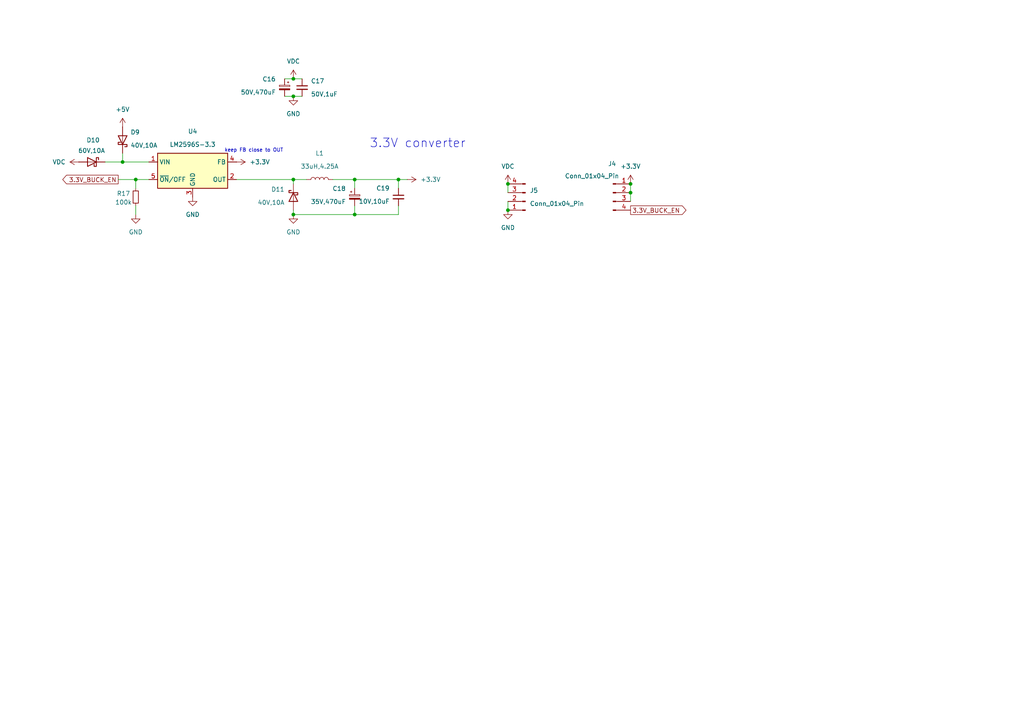
<source format=kicad_sch>
(kicad_sch (version 20250114) (generator "eeschema") (generator_version "9.0")
  (paper "A4")
  (lib_symbols
    (symbol "Connector:Conn_01x04_Pin" (pin_names (offset 1.016) (hide yes))
      (property "Reference" "J" (at 0 5.08 0))
      (property "Value" "Conn_01x04_Pin" (at 0 -7.62 0))
      (symbol "Conn_01x04_Pin_1_1"
        (rectangle (start 0.8636 2.667) (end 0 2.413) (stroke (width 0.1524)) (fill (type outline)))
        (rectangle (start 0.8636 0.127) (end 0 -0.127) (stroke (width 0.1524)) (fill (type outline)))
        (rectangle (start 0.8636 -2.413) (end 0 -2.667) (stroke (width 0.1524)) (fill (type outline)))
        (rectangle (start 0.8636 -4.953) (end 0 -5.207) (stroke (width 0.1524)) (fill (type outline)))
        (polyline (pts (xy 1.27 2.54) (xy 0.8636 2.54)) (stroke (width 0.1524)))
        (polyline (pts (xy 1.27 0) (xy 0.8636 0)) (stroke (width 0.1524)))
        (polyline (pts (xy 1.27 -2.54) (xy 0.8636 -2.54)) (stroke (width 0.1524)))
        (polyline (pts (xy 1.27 -5.08) (xy 0.8636 -5.08)) (stroke (width 0.1524)))
        (pin passive line (at 5.08 2.54 180) (length 3.81) (name "Pin_1") (number "1"))
        (pin passive line (at 5.08 0 180) (length 3.81) (name "Pin_2") (number "2"))
        (pin passive line (at 5.08 -2.54 180) (length 3.81) (name "Pin_3") (number "3"))
        (pin passive line (at 5.08 -5.08 180) (length 3.81) (name "Pin_4") (number "4"))
      )
    )
    (symbol "Device:C_Polarized_Small" (pin_numbers (hide yes)) (pin_names (offset 0.254) (hide yes))
      (property "Reference" "C" (at 0.254 1.778 0))
      (property "Value" "C_Polarized_Small" (at 0.254 -2.032 0))
      (symbol "C_Polarized_Small_0_1"
        (rectangle (start -1.524 0.6858) (end 1.524 0.3048))
        (rectangle (start -1.524 -0.3048) (end 1.524 -0.6858) (fill (type outline)))
        (polyline (pts (xy -1.27 1.524) (xy -0.762 1.524)))
        (polyline (pts (xy -1.016 1.27) (xy -1.016 1.778)))
      )
      (symbol "C_Polarized_Small_1_1"
        (pin passive line (at 0 2.54 270) (length 1.8542) (name "~") (number "1"))
        (pin passive line (at 0 -2.54 90) (length 1.8542) (name "~") (number "2"))
      )
    )
    (symbol "Device:C_Small" (pin_numbers (hide yes)) (pin_names (offset 0.254) (hide yes))
      (property "Reference" "C" (at 0.254 1.778 0))
      (property "Value" "C_Small" (at 0.254 -2.032 0))
      (symbol "C_Small_0_1"
        (polyline (pts (xy -1.524 0.508) (xy 1.524 0.508)) (stroke (width 0.3048)))
        (polyline (pts (xy -1.524 -0.508) (xy 1.524 -0.508)) (stroke (width 0.3302)))
      )
      (symbol "C_Small_1_1"
        (pin passive line (at 0 2.54 270) (length 2.032) (name "~") (number "1"))
        (pin passive line (at 0 -2.54 90) (length 2.032) (name "~") (number "2"))
      )
    )
    (symbol "Device:D_Schottky" (pin_numbers (hide yes)) (pin_names (offset 1.016) (hide yes))
      (property "Reference" "D" (at 0 2.54 0))
      (property "Value" "D_Schottky" (at 0 -2.54 0))
      (symbol "D_Schottky_0_1"
        (polyline (pts (xy -1.905 0.635) (xy -1.905 1.27) (xy -1.27 1.27) (xy -1.27 -1.27) (xy -0.635 -1.27) (xy -0.635 -0.635)) (stroke (width 0.254)))
        (polyline (pts (xy 1.27 1.27) (xy 1.27 -1.27) (xy -1.27 0) (xy 1.27 1.27)) (stroke (width 0.254)))
        (polyline (pts (xy 1.27 0) (xy -1.27 0)))
      )
      (symbol "D_Schottky_1_1"
        (pin passive line (at -3.81 0 0) (length 2.54) (name "K") (number "1"))
        (pin passive line (at 3.81 0 180) (length 2.54) (name "A") (number "2"))
      )
    )
    (symbol "Device:L" (pin_numbers (hide yes)) (pin_names (offset 1.016) (hide yes))
      (property "Reference" "L" (at -1.27 0 90))
      (property "Value" "L" (at 1.905 0 90))
      (symbol "L_0_1"
        (arc (start 0 2.54) (mid 0.6323 1.905) (end 0 1.27))
        (arc (start 0 1.27) (mid 0.6323 0.635) (end 0 0))
        (arc (start 0 0) (mid 0.6323 -0.635) (end 0 -1.27))
        (arc (start 0 -1.27) (mid 0.6323 -1.905) (end 0 -2.54))
      )
      (symbol "L_1_1"
        (pin passive line (at 0 3.81 270) (length 1.27) (name "1") (number "1"))
        (pin passive line (at 0 -3.81 90) (length 1.27) (name "2") (number "2"))
      )
    )
    (symbol "Device:R_Small" (pin_numbers (hide yes)) (pin_names (offset 0.254) (hide yes))
      (property "Reference" "R" (at 0 0 90))
      (property "Value" "R_Small" (at 1.778 0 90))
      (symbol "R_Small_0_1"
        (rectangle (start -0.762 1.778) (end 0.762 -1.778) (stroke (width 0.2032)))
      )
      (symbol "R_Small_1_1"
        (pin passive line (at 0 2.54 270) (length 0.762) (name "~") (number "1"))
        (pin passive line (at 0 -2.54 90) (length 0.762) (name "~") (number "2"))
      )
    )
    (symbol "Regulator_Switching:LM2596S-3.3"
      (property "Reference" "U" (at -10.16 6.35 0))
      (property "Value" "LM2596S-3.3" (at 0 6.35 0))
      (symbol "LM2596S-3.3_0_1"
        (rectangle (start -10.16 5.08) (end 10.16 -5.08) (stroke (width 0.254)) (fill (type background)))
      )
      (symbol "LM2596S-3.3_1_1"
        (pin power_in line (at -12.7 2.54 0) (length 2.54) (name "VIN") (number "1"))
        (pin input line (at -12.7 -2.54 0) (length 2.54) (name "~{ON}/OFF") (number "5"))
        (pin power_in line (at 0 -7.62 90) (length 2.54) (name "GND") (number "3"))
        (pin input line (at 12.7 2.54 180) (length 2.54) (name "FB") (number "4"))
        (pin output line (at 12.7 -2.54 180) (length 2.54) (name "OUT") (number "2"))
      )
    )
    (symbol "power:+3.3V" (power) (pin_numbers (hide yes)) (pin_names (offset 0) (hide yes))
      (property "Value" "+3.3V" (at 0 3.556 0))
      (symbol "+3.3V_0_1"
        (polyline (pts (xy -0.762 1.27) (xy 0 2.54)))
        (polyline (pts (xy 0 2.54) (xy 0.762 1.27)))
        (polyline (pts (xy 0 0) (xy 0 2.54)))
      )
      (symbol "+3.3V_1_1"
        (pin power_in line (at 0 0 90) (length 0) (name "~") (number "1"))
      )
    )
    (symbol "power:+5V" (power) (pin_numbers (hide yes)) (pin_names (offset 0) (hide yes))
      (property "Value" "+5V" (at 0 3.556 0))
      (symbol "+5V_0_1"
        (polyline (pts (xy -0.762 1.27) (xy 0 2.54)))
        (polyline (pts (xy 0 2.54) (xy 0.762 1.27)))
        (polyline (pts (xy 0 0) (xy 0 2.54)))
      )
      (symbol "+5V_1_1"
        (pin power_in line (at 0 0 90) (length 0) (name "~") (number "1"))
      )
    )
    (symbol "power:GND" (power) (pin_numbers (hide yes)) (pin_names (offset 0) (hide yes))
      (property "Value" "GND" (at 0 -3.81 0))
      (symbol "GND_0_1"
        (polyline (pts (xy 0 0) (xy 0 -1.27) (xy 1.27 -1.27) (xy 0 -2.54) (xy -1.27 -1.27) (xy 0 -1.27)))
      )
      (symbol "GND_1_1"
        (pin power_in line (at 0 0 270) (length 0) (name "~") (number "1"))
      )
    )
    (symbol "power:VDC" (power) (pin_numbers (hide yes)) (pin_names (offset 0) (hide yes))
      (property "Value" "VDC" (at 0 3.556 0))
      (symbol "VDC_0_1"
        (polyline (pts (xy -0.762 1.27) (xy 0 2.54)))
        (polyline (pts (xy 0 2.54) (xy 0.762 1.27)))
        (polyline (pts (xy 0 0) (xy 0 2.54)))
      )
      (symbol "VDC_1_1"
        (pin power_in line (at 0 0 90) (length 0) (name "~") (number "1"))
      )
    )
  )
  (text "3.3V converter" (at 121.158 41.656 0) (effects (font (size 2.54 2.54))))
  (text "keep FB close to OUT" (at 73.66 43.688 0) (effects (font (size 1.016 1.016))))
  (junction (at 102.87 62.23))
  (junction (at 39.37 52.07))
  (junction (at 147.32 60.96))
  (junction (at 85.09 22.86))
  (junction (at 85.09 62.23))
  (junction (at 182.88 55.88))
  (junction (at 182.88 53.34))
  (junction (at 102.87 52.07))
  (junction (at 147.32 53.34))
  (junction (at 115.57 52.07))
  (junction (at 85.09 52.07))
  (junction (at 85.09 27.94))
  (junction (at 35.56 46.99))
  (wire (pts (xy 182.88 55.88) (xy 182.88 58.42)))
  (wire (pts (xy 85.09 60.96) (xy 85.09 62.23)))
  (wire (pts (xy 39.37 52.07) (xy 43.18 52.07)))
  (wire (pts (xy 96.52 52.07) (xy 102.87 52.07)))
  (wire (pts (xy 85.09 53.34) (xy 85.09 52.07)))
  (wire (pts (xy 102.87 59.69) (xy 102.87 62.23)))
  (wire (pts (xy 147.32 58.42) (xy 147.32 60.96)))
  (wire (pts (xy 39.37 59.69) (xy 39.37 62.23)))
  (wire (pts (xy 85.09 22.86) (xy 87.63 22.86)))
  (wire (pts (xy 82.55 27.94) (xy 85.09 27.94)))
  (wire (pts (xy 85.09 27.94) (xy 87.63 27.94)))
  (wire (pts (xy 39.37 52.07) (xy 39.37 54.61)))
  (wire (pts (xy 115.57 52.07) (xy 118.11 52.07)))
  (wire (pts (xy 35.56 44.45) (xy 35.56 46.99)))
  (wire (pts (xy 30.48 46.99) (xy 35.56 46.99)))
  (wire (pts (xy 82.55 22.86) (xy 85.09 22.86)))
  (wire (pts (xy 115.57 52.07) (xy 115.57 54.61)))
  (wire (pts (xy 102.87 52.07) (xy 115.57 52.07)))
  (wire (pts (xy 68.58 52.07) (xy 85.09 52.07)))
  (wire (pts (xy 147.32 53.34) (xy 147.32 55.88)))
  (wire (pts (xy 115.57 62.23) (xy 115.57 59.69)))
  (wire (pts (xy 34.29 52.07) (xy 39.37 52.07)))
  (wire (pts (xy 182.88 53.34) (xy 182.88 55.88)))
  (wire (pts (xy 35.56 46.99) (xy 43.18 46.99)))
  (wire (pts (xy 85.09 62.23) (xy 102.87 62.23)))
  (wire (pts (xy 102.87 62.23) (xy 115.57 62.23)))
  (wire (pts (xy 85.09 52.07) (xy 88.9 52.07)))
  (wire (pts (xy 102.87 52.07) (xy 102.87 54.61)))
  (global_label "3.3V_BUCK_EN" (shape output) (at 34.29 52.07 180) (property "Intersheetrefs" "${INTERSHEET_REFS}" (effects (hide yes))))
  (global_label "3.3V_BUCK_EN" (shape output) (at 182.88 60.96 0) (property "Intersheetrefs" "${INTERSHEET_REFS}" (effects (hide yes))))
  (symbol (lib_id "Device:C_Polarized_Small") (at 102.87 57.15 0) (unit 1)
    (property "Reference" "C18" (at 100.33 54.6988 0) (effects (justify right)))
    (property "Value" "35V,470uF" (at 100.33 58.5088 0) (effects (justify right)))
    (property "Footprint" "Capacitor_THT:CP_Radial_D10.0mm_P5.00mm" (effects (hide yes)))
    (property "Description" "Polarized capacitor, small symbol" (effects (hide yes)))
    (property "LCSC Part" "C47344180" (effects (hide yes)))
  )
  (symbol (lib_id "power:GND") (at 39.37 62.23 0) (unit 1)
    (property "Reference" "#PWR041" (effects (hide yes)))
    (property "Value" "GND" (at 39.37 67.31 0))
    (property "Description" "Power symbol creates a global label with name \"GND\" , ground" (effects (hide yes)))
  )
  (symbol (lib_id "Device:L") (at 92.71 52.07 90) (unit 1)
    (property "Reference" "L1" (at 92.71 44.45 90))
    (property "Value" "33uH,4.25A" (at 92.71 48.26 90))
    (property "Footprint" "misc:SDRI129-330MT" (effects (hide yes)))
    (property "Description" "Inductor" (effects (hide yes)))
  )
  (symbol (lib_id "power:GND") (at 147.32 60.96 0) (mirror y) (unit 1)
    (property "Reference" "#PWR040" (effects (hide yes)))
    (property "Value" "GND" (at 147.32 66.04 0))
    (property "Description" "Power symbol creates a global label with name \"GND\" , ground" (effects (hide yes)))
  )
  (symbol (lib_id "Device:C_Small") (at 87.63 25.4 0) (unit 1)
    (property "Reference" "C17" (at 90.17 23.5012 0) (effects (justify left)))
    (property "Value" "50V,1uF" (at 90.17 27.3112 0) (effects (justify left)))
    (property "Footprint" "Capacitor_SMD:C_0603_1608Metric_Pad1.08x0.95mm_HandSolder" (effects (hide yes)))
    (property "Description" "Unpolarized capacitor, small symbol" (effects (hide yes)))
    (property "LCSC Part #" " C6119857" (effects (hide yes)))
  )
  (symbol (lib_id "Device:C_Polarized_Small") (at 82.55 25.4 0) (mirror y) (unit 1)
    (property "Reference" "C16" (at 80.01 22.9488 0) (effects (justify left)))
    (property "Value" "50V,470uF" (at 80.01 26.7588 0) (effects (justify left)))
    (property "Footprint" "Capacitor_THT:CP_Radial_D10.0mm_P5.00mm" (effects (hide yes)))
    (property "Description" "Polarized capacitor, small symbol" (effects (hide yes)))
    (property "LCSC Part #" "C42381893" (effects (hide yes)))
  )
  (symbol (lib_id "power:VDC") (at 147.32 53.34 0) (unit 1)
    (property "Reference" "#PWR037" (effects (hide yes)))
    (property "Value" "VDC" (at 147.32 48.26 0))
    (property "Description" "Power symbol creates a global label with name \"VDC\"" (effects (hide yes)))
  )
  (symbol (lib_id "Connector:Conn_01x04_Pin") (at 177.8 55.88 0) (unit 1)
    (property "Reference" "J4" (at 177.546 47.498 0))
    (property "Value" "Conn_01x04_Pin" (at 171.704 51.054 0))
    (property "Footprint" "Connector_PinHeader_2.54mm:PinHeader_1x04_P2.54mm_Vertical" (effects (hide yes)))
    (property "Description" "Generic connector, single row, 01x04, script generated" (effects (hide yes)))
  )
  (symbol (lib_id "power:VDC") (at 22.86 46.99 90) (unit 1)
    (property "Reference" "#PWR034" (effects (hide yes)))
    (property "Value" "VDC" (at 19.05 46.9899 90) (effects (justify left)))
    (property "Description" "Power symbol creates a global label with name \"VDC\"" (effects (hide yes)))
  )
  (symbol (lib_id "power:+3.3V") (at 182.88 53.34 0) (unit 1)
    (property "Reference" "#PWR038" (effects (hide yes)))
    (property "Value" "+3.3V" (at 182.88 48.26 0))
    (property "Description" "Power symbol creates a global label with name \"+3.3V\"" (effects (hide yes)))
  )
  (symbol (lib_id "power:GND") (at 55.88 57.15 0) (unit 1)
    (property "Reference" "#PWR039" (effects (hide yes)))
    (property "Value" "GND" (at 55.88 62.23 0))
    (property "Description" "Power symbol creates a global label with name \"GND\" , ground" (effects (hide yes)))
  )
  (symbol (lib_id "Connector:Conn_01x04_Pin") (at 152.4 58.42 180) (unit 1)
    (property "Reference" "J5" (at 153.67 55.2449 0) (effects (justify right)))
    (property "Value" "Conn_01x04_Pin" (at 153.67 59.0549 0) (effects (justify right)))
    (property "Footprint" "Connector_PinHeader_2.54mm:PinHeader_1x04_P2.54mm_Vertical" (effects (hide yes)))
    (property "Description" "Generic connector, single row, 01x04, script generated" (effects (hide yes)))
  )
  (symbol (lib_id "Device:D_Schottky") (at 26.67 46.99 0) (mirror y) (unit 1)
    (property "Reference" "D10" (at 28.956 40.64 0) (effects (justify left)))
    (property "Value" "60V,10A" (at 30.48 43.688 0) (effects (justify left)))
    (property "Footprint" "Diode_SMD:D_SMB_Handsoldering" (effects (hide yes)))
    (property "Description" "Schottky diode" (effects (hide yes)))
  )
  (symbol (lib_id "power:VDC") (at 85.09 22.86 0) (unit 1)
    (property "Reference" "#PWR031" (effects (hide yes)))
    (property "Value" "VDC" (at 85.09 17.78 0))
    (property "Description" "Power symbol creates a global label with name \"VDC\"" (effects (hide yes)))
  )
  (symbol (lib_id "power:GND") (at 85.09 62.23 0) (unit 1)
    (property "Reference" "#PWR042" (effects (hide yes)))
    (property "Value" "GND" (at 85.09 67.31 0))
    (property "Description" "Power symbol creates a global label with name \"GND\" , ground" (effects (hide yes)))
  )
  (symbol (lib_id "power:+3.3V") (at 68.58 46.99 270) (unit 1)
    (property "Reference" "#PWR035" (effects (hide yes)))
    (property "Value" "+3.3V" (at 72.39 46.9899 90) (effects (justify left)))
    (property "Description" "Power symbol creates a global label with name \"+3.3V\"" (effects (hide yes)))
  )
  (symbol (lib_id "power:GND") (at 85.09 27.94 0) (unit 1)
    (property "Reference" "#PWR032" (effects (hide yes)))
    (property "Value" "GND" (at 85.09 33.02 0))
    (property "Description" "Power symbol creates a global label with name \"GND\" , ground" (effects (hide yes)))
  )
  (symbol (lib_id "Device:C_Small") (at 115.57 57.15 0) (mirror y) (unit 1)
    (property "Reference" "C19" (at 113.03 54.61 0) (effects (justify left)))
    (property "Value" "10V,10uF" (at 113.03 58.42 0) (effects (justify left)))
    (property "Footprint" "Capacitor_SMD:C_0603_1608Metric_Pad1.08x0.95mm_HandSolder" (effects (hide yes)))
    (property "Description" "Unpolarized capacitor, small symbol" (effects (hide yes)))
  )
  (symbol (lib_id "power:+3.3V") (at 118.11 52.07 270) (unit 1)
    (property "Reference" "#PWR036" (effects (hide yes)))
    (property "Value" "+3.3V" (at 121.92 52.0699 90) (effects (justify left)))
    (property "Description" "Power symbol creates a global label with name \"+3.3V\"" (effects (hide yes)))
  )
  (symbol (lib_id "Device:R_Small") (at 39.37 57.15 180) (unit 1)
    (property "Reference" "R17" (at 35.814 56.134 0))
    (property "Value" "100k" (at 35.814 58.674 0))
    (property "Footprint" "Resistor_SMD:R_0402_1005Metric_Pad0.72x0.64mm_HandSolder" (effects (hide yes)))
    (property "Description" "Resistor, small symbol" (effects (hide yes)))
  )
  (symbol (lib_id "power:+5V") (at 35.56 36.83 0) (unit 1)
    (property "Reference" "#PWR033" (effects (hide yes)))
    (property "Value" "+5V" (at 35.56 31.75 0))
    (property "Description" "Power symbol creates a global label with name \"+5V\"" (effects (hide yes)))
  )
  (symbol (lib_id "Device:D_Schottky") (at 85.09 57.15 90) (mirror x) (unit 1)
    (property "Reference" "D11" (at 82.55 54.9274 90) (effects (justify left)))
    (property "Value" "40V,10A" (at 82.55 58.7374 90) (effects (justify left)))
    (property "Footprint" "Diode_SMD:D_SMB_Handsoldering" (effects (hide yes)))
    (property "Description" "Schottky diode" (effects (hide yes)))
  )
  (symbol (lib_id "Regulator_Switching:LM2596S-3.3") (at 55.88 49.53 0) (unit 1)
    (property "Reference" "U4" (at 55.88 38.1 0))
    (property "Value" "LM2596S-3.3" (at 55.88 41.91 0))
    (property "Footprint" "Package_TO_SOT_SMD:TO-263-5_TabPin3" (effects (hide yes)))
    (property "Datasheet" "http://www.ti.com/lit/ds/symlink/lm2596.pdf" (effects (hide yes)))
    (property "Description" "3.3V 3A Step-Down Voltage Regulator, TO-263" (effects (hide yes)))
  )
  (symbol (lib_id "Device:D_Schottky") (at 35.56 40.64 270) (mirror x) (unit 1)
    (property "Reference" "D9" (at 37.846 38.354 90) (effects (justify left)))
    (property "Value" "40V,10A" (at 37.846 42.164 90) (effects (justify left)))
    (property "Footprint" "Diode_SMD:D_SMB_Handsoldering" (effects (hide yes)))
    (property "Description" "Schottky diode" (effects (hide yes)))
  )
)
</source>
